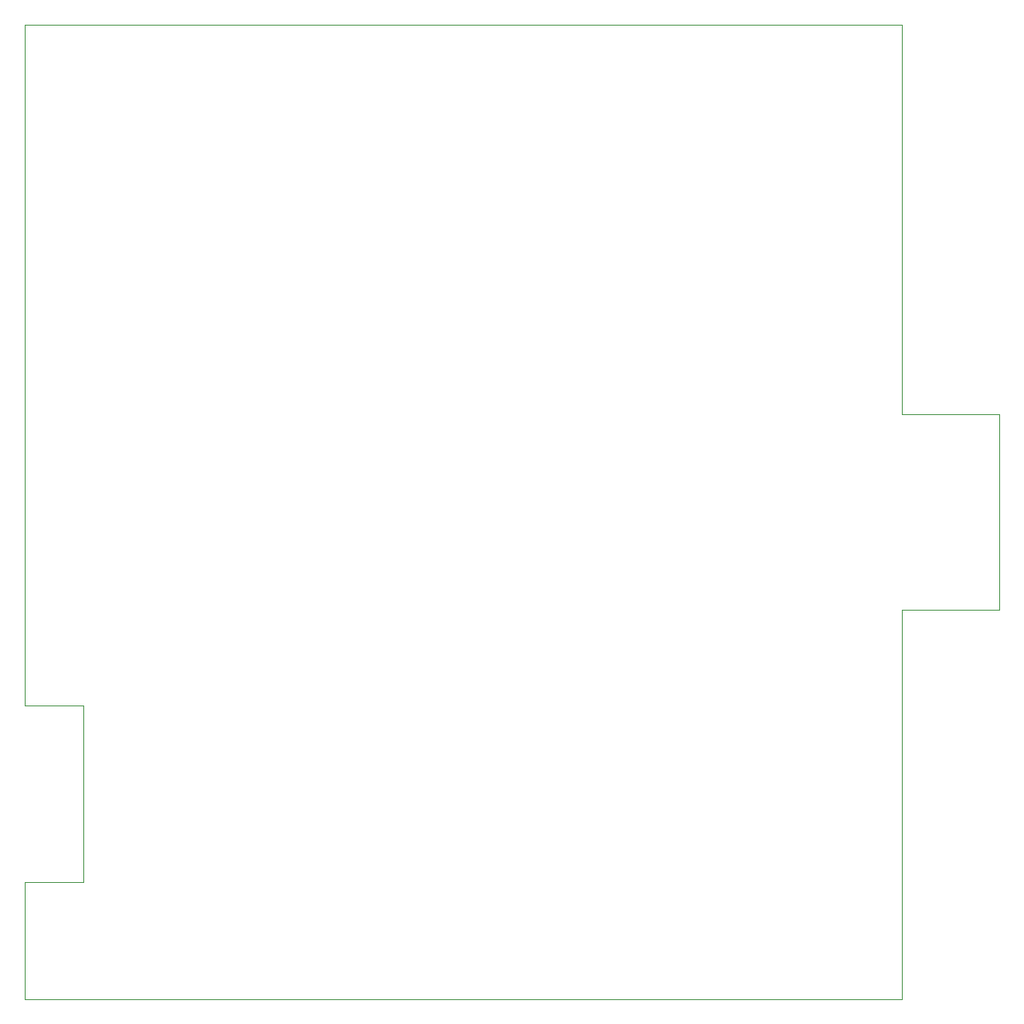
<source format=gm1>
G04 #@! TF.GenerationSoftware,KiCad,Pcbnew,(5.1.12)-1*
G04 #@! TF.CreationDate,2024-11-15T22:41:14+01:00*
G04 #@! TF.ProjectId,C5W1B1V1.0,43355731-4231-4563-912e-302e6b696361,rev?*
G04 #@! TF.SameCoordinates,Original*
G04 #@! TF.FileFunction,Profile,NP*
%FSLAX46Y46*%
G04 Gerber Fmt 4.6, Leading zero omitted, Abs format (unit mm)*
G04 Created by KiCad (PCBNEW (5.1.12)-1) date 2024-11-15 22:41:14*
%MOMM*%
%LPD*%
G01*
G04 APERTURE LIST*
G04 #@! TA.AperFunction,Profile*
%ADD10C,0.050000*%
G04 #@! TD*
G04 APERTURE END LIST*
D10*
X40000000Y-109850000D02*
X40000000Y-40000000D01*
X46000000Y-109850000D02*
X40000000Y-109850000D01*
X46000000Y-128000000D02*
X46000000Y-109850000D01*
X40000000Y-128000000D02*
X46000000Y-128000000D01*
X40000000Y-140000000D02*
X40000000Y-128000000D01*
X140000000Y-100000000D02*
X140000000Y-80000000D01*
X130000000Y-100000000D02*
X140000000Y-100000000D01*
X130000000Y-80000000D02*
X140000000Y-80000000D01*
X130000000Y-40000000D02*
X130000000Y-80000000D01*
X40000000Y-40000000D02*
X130000000Y-40000000D01*
X130000000Y-140000000D02*
X130000000Y-100000000D01*
X40000000Y-140000000D02*
X130000000Y-140000000D01*
M02*

</source>
